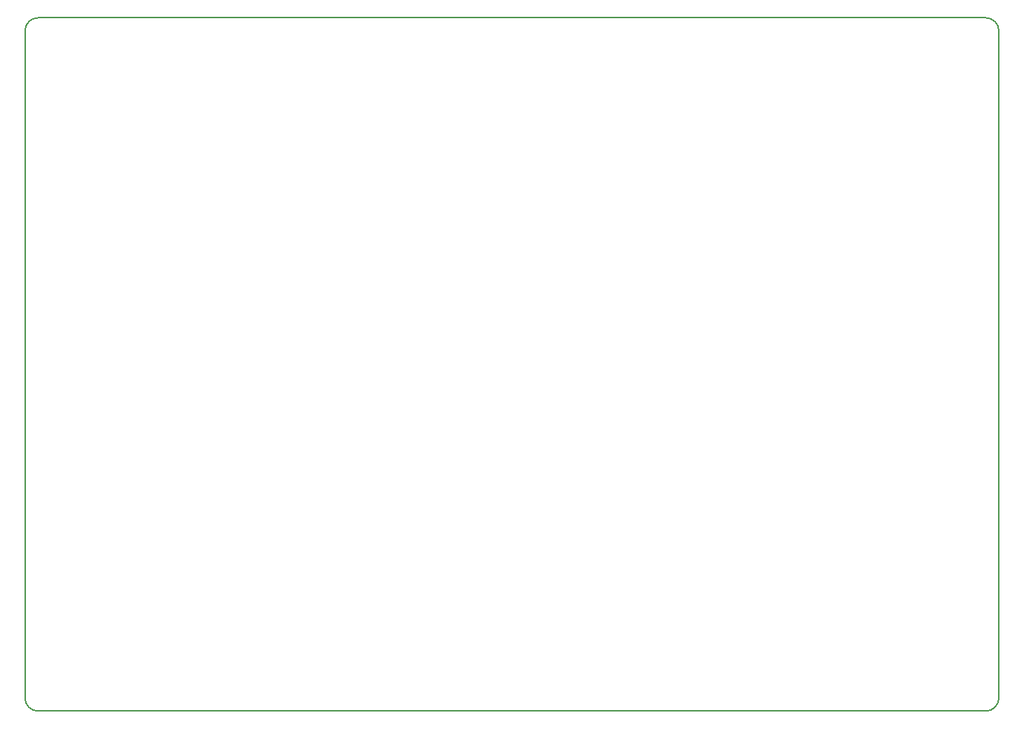
<source format=gbr>
%TF.GenerationSoftware,Novarm,DipTrace,3.3.1.1*%
%TF.CreationDate,2019-02-09T17:58:55-08:00*%
%FSLAX26Y26*%
%MOIN*%
%TF.FileFunction,Profile*%
%TF.Part,Single*%
%ADD11C,0.005512*%
G75*
G01*
%LPD*%
X456500Y394000D2*
D11*
X4966500D1*
G03X5029000Y456500I0J62500D01*
G01*
Y3631500D1*
G03X4966500Y3694000I-62500J0D01*
G01*
X456500D1*
G03X394000Y3631500I0J-62500D01*
G01*
Y456500D1*
G03X456500Y394000I62500J0D01*
G01*
M02*

</source>
